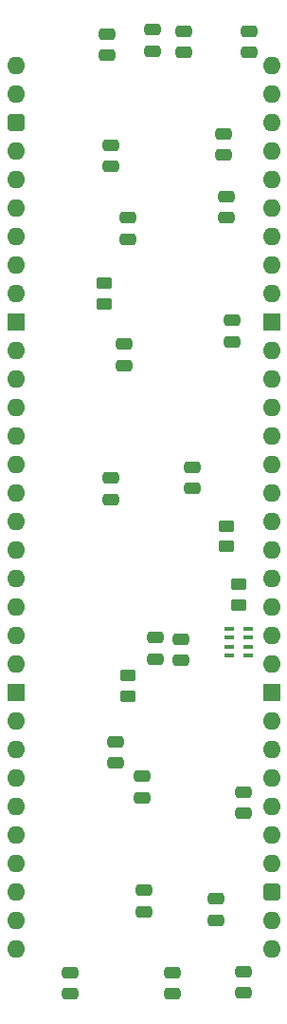
<source format=gbs>
%TF.GenerationSoftware,KiCad,Pcbnew,8.0.7*%
%TF.CreationDate,2025-03-08T17:22:17+02:00*%
%TF.ProjectId,W65C816 Breakout,57363543-3831-4362-9042-7265616b6f75,V1*%
%TF.SameCoordinates,Original*%
%TF.FileFunction,Soldermask,Bot*%
%TF.FilePolarity,Negative*%
%FSLAX46Y46*%
G04 Gerber Fmt 4.6, Leading zero omitted, Abs format (unit mm)*
G04 Created by KiCad (PCBNEW 8.0.7) date 2025-03-08 17:22:17*
%MOMM*%
%LPD*%
G01*
G04 APERTURE LIST*
G04 Aperture macros list*
%AMRoundRect*
0 Rectangle with rounded corners*
0 $1 Rounding radius*
0 $2 $3 $4 $5 $6 $7 $8 $9 X,Y pos of 4 corners*
0 Add a 4 corners polygon primitive as box body*
4,1,4,$2,$3,$4,$5,$6,$7,$8,$9,$2,$3,0*
0 Add four circle primitives for the rounded corners*
1,1,$1+$1,$2,$3*
1,1,$1+$1,$4,$5*
1,1,$1+$1,$6,$7*
1,1,$1+$1,$8,$9*
0 Add four rect primitives between the rounded corners*
20,1,$1+$1,$2,$3,$4,$5,0*
20,1,$1+$1,$4,$5,$6,$7,0*
20,1,$1+$1,$6,$7,$8,$9,0*
20,1,$1+$1,$8,$9,$2,$3,0*%
G04 Aperture macros list end*
%ADD10O,1.600000X1.600000*%
%ADD11RoundRect,0.400000X-0.400000X-0.400000X0.400000X-0.400000X0.400000X0.400000X-0.400000X0.400000X0*%
%ADD12R,1.600000X1.600000*%
%ADD13RoundRect,0.250000X-0.475000X0.250000X-0.475000X-0.250000X0.475000X-0.250000X0.475000X0.250000X0*%
%ADD14RoundRect,0.250000X0.475000X-0.250000X0.475000X0.250000X-0.475000X0.250000X-0.475000X-0.250000X0*%
%ADD15R,0.900000X0.450000*%
%ADD16RoundRect,0.250000X0.450000X-0.262500X0.450000X0.262500X-0.450000X0.262500X-0.450000X-0.262500X0*%
G04 APERTURE END LIST*
D10*
%TO.C,J7*%
X0Y0D03*
X0Y-2540000D03*
D11*
X0Y-5080000D03*
D10*
X0Y-7620000D03*
X0Y-10160000D03*
X0Y-12700000D03*
X0Y-15240000D03*
X0Y-17780000D03*
X0Y-20320000D03*
D12*
X0Y-22860000D03*
D10*
X0Y-25400000D03*
X0Y-27940000D03*
X0Y-30480000D03*
X0Y-33020000D03*
X0Y-35560000D03*
X0Y-38100000D03*
X0Y-40640000D03*
X0Y-43180000D03*
X0Y-45720000D03*
X0Y-48260000D03*
X0Y-50800000D03*
X0Y-53340000D03*
D12*
X0Y-55880000D03*
D10*
X0Y-58420000D03*
X0Y-60960000D03*
X0Y-63500000D03*
X0Y-66040000D03*
X0Y-68580000D03*
X0Y-71120000D03*
X0Y-73660000D03*
X0Y-76200000D03*
X0Y-78740000D03*
X22860000Y-78740000D03*
X22860000Y-76200000D03*
D11*
X22860000Y-73660000D03*
D10*
X22860000Y-71120000D03*
X22860000Y-68580000D03*
X22860000Y-66040000D03*
X22860000Y-63500000D03*
X22860000Y-60960000D03*
X22860000Y-58420000D03*
D12*
X22860000Y-55880000D03*
D10*
X22860000Y-53340000D03*
X22860000Y-50800000D03*
X22860000Y-48260000D03*
X22860000Y-45720000D03*
X22860000Y-43180000D03*
X22860000Y-40640000D03*
X22860000Y-38100000D03*
X22860000Y-35560000D03*
X22860000Y-33020000D03*
X22860000Y-30480000D03*
X22860000Y-27940000D03*
X22860000Y-25400000D03*
D12*
X22860000Y-22860000D03*
D10*
X22860000Y-20320000D03*
X22860000Y-17780000D03*
X22860000Y-15240000D03*
X22860000Y-12700000D03*
X22860000Y-10160000D03*
X22860000Y-7620000D03*
X22860000Y-5080000D03*
X22860000Y-2540000D03*
X22860000Y0D03*
%TD*%
D13*
%TO.C,C15*%
X8128000Y2839000D03*
X8128000Y939000D03*
%TD*%
%TO.C,C18*%
X18796000Y-11639000D03*
X18796000Y-13539000D03*
%TD*%
D14*
%TO.C,C4*%
X8509000Y-38653000D03*
X8509000Y-36753000D03*
%TD*%
D13*
%TO.C,C6*%
X19304000Y-22688000D03*
X19304000Y-24588000D03*
%TD*%
%TO.C,C41*%
X12192000Y3220000D03*
X12192000Y1320000D03*
%TD*%
%TO.C,C2*%
X15748000Y-35769000D03*
X15748000Y-37669000D03*
%TD*%
%TO.C,C3*%
X10033000Y-13544000D03*
X10033000Y-15444000D03*
%TD*%
%TO.C,C19*%
X20320000Y-64725000D03*
X20320000Y-66625000D03*
%TD*%
D14*
%TO.C,C13*%
X20320000Y-82620400D03*
X20320000Y-80720400D03*
%TD*%
D13*
%TO.C,C10*%
X17907000Y-74250000D03*
X17907000Y-76150000D03*
%TD*%
%TO.C,C11*%
X18542000Y-6051000D03*
X18542000Y-7951000D03*
%TD*%
D14*
%TO.C,C8*%
X8890000Y-62148000D03*
X8890000Y-60248000D03*
%TD*%
D13*
%TO.C,C17*%
X11303000Y-63328000D03*
X11303000Y-65228000D03*
%TD*%
%TO.C,C23*%
X20828000Y3093000D03*
X20828000Y1193000D03*
%TD*%
D14*
%TO.C,C16*%
X12446000Y-52877000D03*
X12446000Y-50977000D03*
%TD*%
D13*
%TO.C,C9*%
X11430000Y-73488000D03*
X11430000Y-75388000D03*
%TD*%
D15*
%TO.C,RN4*%
X19063600Y-52578000D03*
X19063600Y-51778000D03*
X19063600Y-50978000D03*
X19063600Y-50178000D03*
X20763600Y-50178000D03*
X20763600Y-50978000D03*
X20763600Y-51778000D03*
X20763600Y-52578000D03*
%TD*%
D16*
%TO.C,R2*%
X19949000Y-48029500D03*
X19949000Y-46204500D03*
%TD*%
D14*
%TO.C,C7*%
X13970000Y-82722000D03*
X13970000Y-80822000D03*
%TD*%
D13*
%TO.C,C14*%
X9652000Y-24786000D03*
X9652000Y-26686000D03*
%TD*%
%TO.C,C42*%
X14986000Y3093000D03*
X14986000Y1193000D03*
%TD*%
D16*
%TO.C,R1*%
X18806000Y-42822500D03*
X18806000Y-40997500D03*
%TD*%
D14*
%TO.C,C1*%
X4826000Y-82722000D03*
X4826000Y-80822000D03*
%TD*%
D13*
%TO.C,C12*%
X8509000Y-7067000D03*
X8509000Y-8967000D03*
%TD*%
D16*
%TO.C,R4*%
X7884000Y-21209000D03*
X7884000Y-19384000D03*
%TD*%
%TO.C,R3*%
X10043000Y-56157500D03*
X10043000Y-54332500D03*
%TD*%
D14*
%TO.C,C5*%
X14732000Y-53004000D03*
X14732000Y-51104000D03*
%TD*%
M02*

</source>
